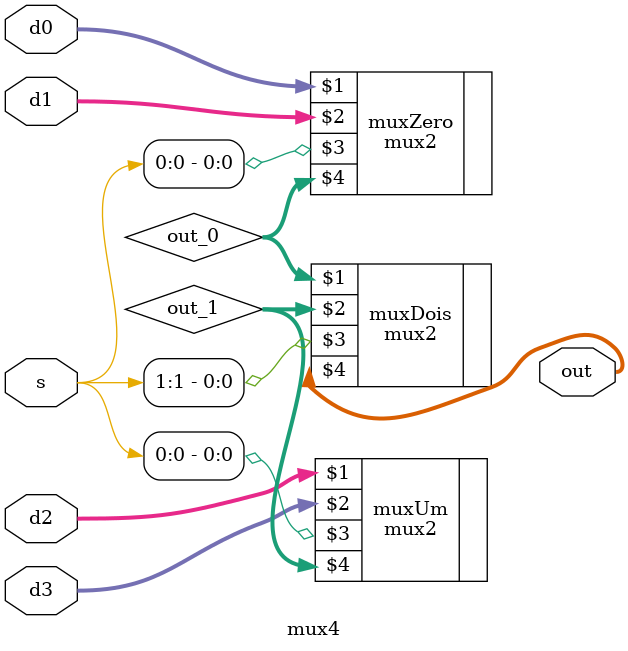
<source format=sv>
module mux4 (d0, d1, d2, d3, s, out);
	
	input logic [31:0] d0, d1, d2, d3;
	input logic [1:0] s;
	output logic [31:0] out;
	
	logic [31:0] out_0, out_1; 
	
	mux2 muxZero(d0, d1, s[0], out_0);
	mux2 muxUm(d2, d3, s[0], out_1);
	mux2 muxDois(out_0, out_1, s[1], out);
	
endmodule 
</source>
